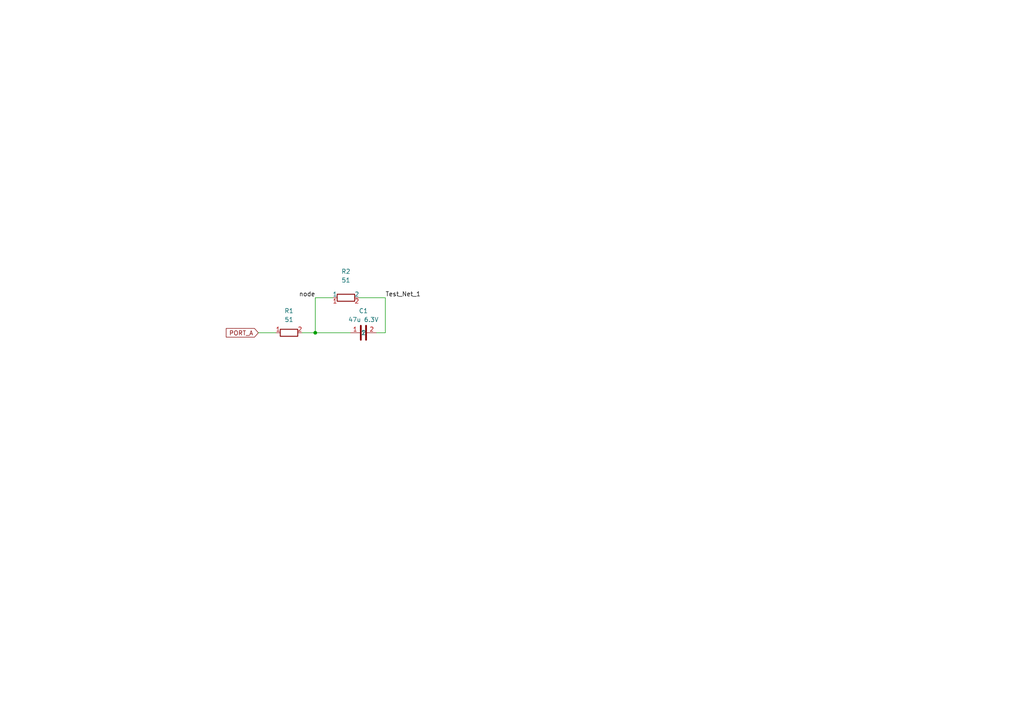
<source format=kicad_sch>
(kicad_sch (version 20211123) (generator eeschema)
  (paper "A4")
  (title_block (title "Simple Circuit") (date "2022-08-02") (rev "v01"))
  (lib_symbols
    (symbol "Device:C" (pin_names (offset 0.254))
      (property "Reference" "C1" (at 0 7.62 90))
      (property "Value" "47u 6.3V" (at 0 5.08 90))
      (symbol "C_0_1"
        (polyline (pts (xy -2.032 -0.762) (xy 2.032 -0.762)) (stroke (width 0.508)))
        (polyline (pts (xy -2.032 0.762) (xy 2.032 0.762)) (stroke (width 0.508)))
      )
      (symbol "C_1_1"
        (pin passive line (at 0 3.81 270) (length 2.794) (name "1") (number "1"))
        (pin passive line (at 0 -3.81 90) (length 2.794) (name "2") (number "2"))
      )
    )
    (symbol "Device:R" (pin_names (offset 0))
      (property "Reference" "R" (at 2.032 0 90))
      (property "Value" "R" (at 0 0 90))
      (symbol "R_0_1"
        (rectangle (start -1.016 -2.54) (end 1.016 2.54) (stroke (width 0.254)))
      )
      (symbol "R_1_1"
        (pin passive line (at 0 3.81 270) (length 1.27) (name "~") (number "1"))
        (pin passive line (at 0 -3.81 90) (length 1.27) (name "~") (number "2"))
      )
    )
    (symbol "R_1" (pin_names (offset 0))
      (property "Reference" "R2" (at 0 6.35 90))
      (property "Value" "51" (at 0 3.81 90))
      (symbol "R_1_0_1"
        (rectangle (start -1.016 -2.54) (end 1.016 2.54) (stroke (width 0.254)))
      )
      (symbol "R_1_1_1"
        (pin passive line (at 0 3.81 270) (length 1.27) (name "1") (number "1"))
        (pin passive line (at 0 -3.81 90) (length 1.27) (name "2") (number "2"))
      )
    )
  )
  (junction (at 91.44 96.52))
  (wire (pts (xy 91.44 86.36) (xy 91.44 96.52)))
  (wire (pts (xy 111.76 86.36) (xy 111.76 96.52)))
  (wire (pts (xy 104.14 86.36) (xy 111.76 86.36)))
  (wire (pts (xy 74.93 96.52) (xy 80.01 96.52)))
  (wire (pts (xy 91.44 86.36) (xy 96.52 86.36)))
  (wire (pts (xy 87.63 96.52) (xy 91.44 96.52)))
  (wire (pts (xy 109.22 96.52) (xy 111.76 96.52)))
  (wire (pts (xy 91.44 96.52) (xy 101.6 96.52)))
  (label "node" (at 91.44 86.36 180))
  (label "Test_Net_1" (at 111.76 86.36 0))
  (global_label "PORT_A" (shape input) (at 74.93 96.52 180) (property "Intersheet References" "${INTERSHEET_REFS}" (effects hide)))
  (symbol (lib_id "Device:R") (at 83.82 96.52 90) (unit 1)
    (property "Reference" "R1" (at 83.82 90.17 90))
    (property "Value" "51" (at 83.82 92.71 90))
  )
  (symbol (lib_name "R_1") (lib_id "Device:R") (at 100.33 86.36 90) (unit 1)
    (property "Reference" "R2" (at 100.33 78.74 90))
    (property "Value" "51" (at 100.33 81.28 90))
  )
  (symbol (lib_id "Device:C") (at 105.41 96.52 90) (unit 1)
    (property "Reference" "C1" (at 105.41 90.17 90))
    (property "Value" "47u 6.3V" (at 105.41 92.71 90))
  )
)
</source>
